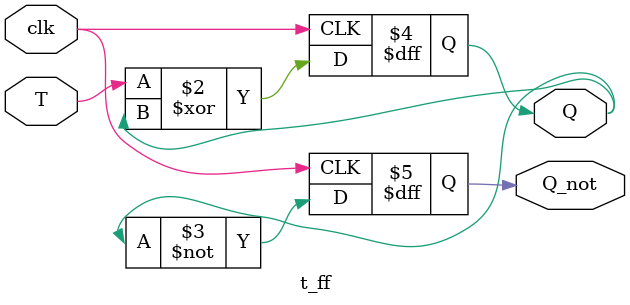
<source format=v>
module t_ff (
  input T, clk,
  output reg Q, Q_not
);

  always @(posedge clk) begin
    Q <= T ^ Q; // Update Q based on T and previous Q
    Q_not = ~Q;   // Complement of Q (always updated)
  end
endmodule


</source>
